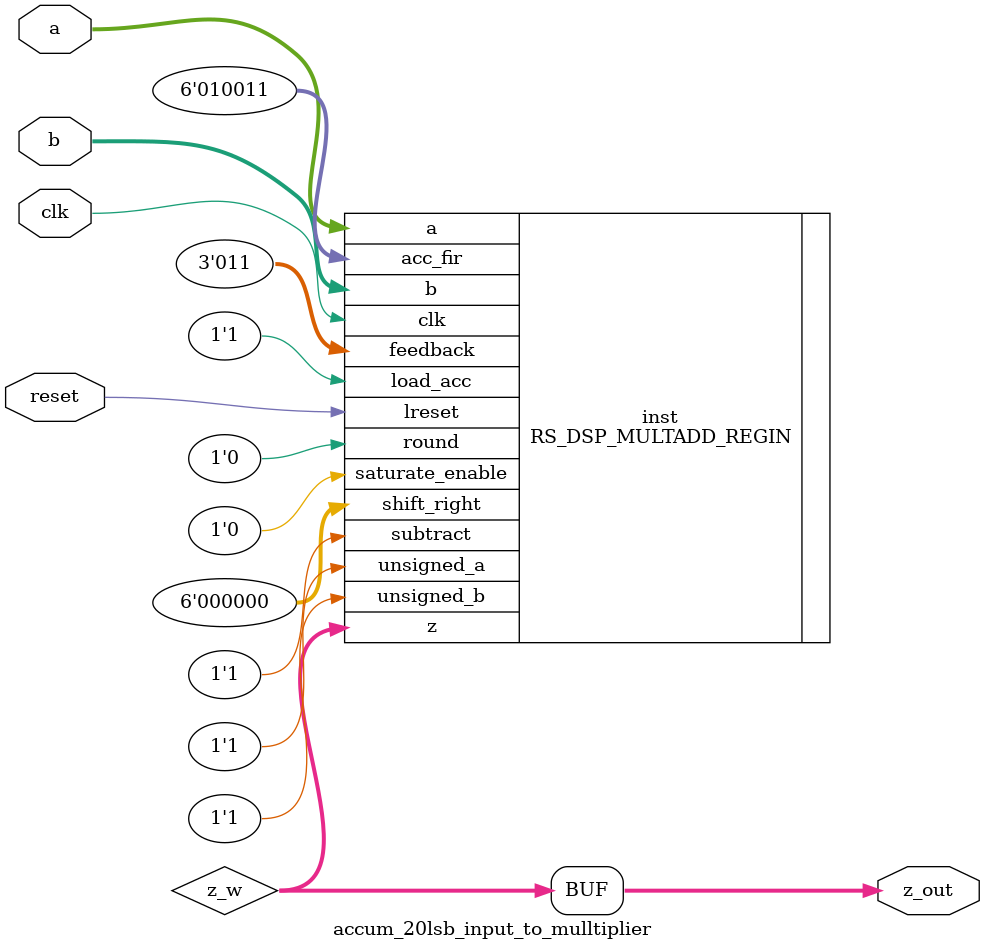
<source format=v>
module accum_20lsb_input_to_mulltiplier (
	input  wire [19:0] a,
    input  wire [17:0] b,
    input  wire clk, reset,
    output wire [37:0] z_out
    );
    parameter [79:0] MODE_BITS = 80'h0;    
    wire [37:0] z_w;

	RS_DSP_MULTADD_REGIN #(
	.MODE_BITS(80'h0)) 
        inst(.a(a),.b(b),.z(z_w),. clk(clk),.lreset(reset),.load_acc(1'b1),.feedback(3'd3),.acc_fir(6'd19),.unsigned_a(1'b1),.unsigned_b(1'b1)
        ,.saturate_enable(1'b0),.shift_right(6'd0),.round(1'b0),.subtract(1'b1));
	
    assign z_out = z_w;

endmodule
</source>
